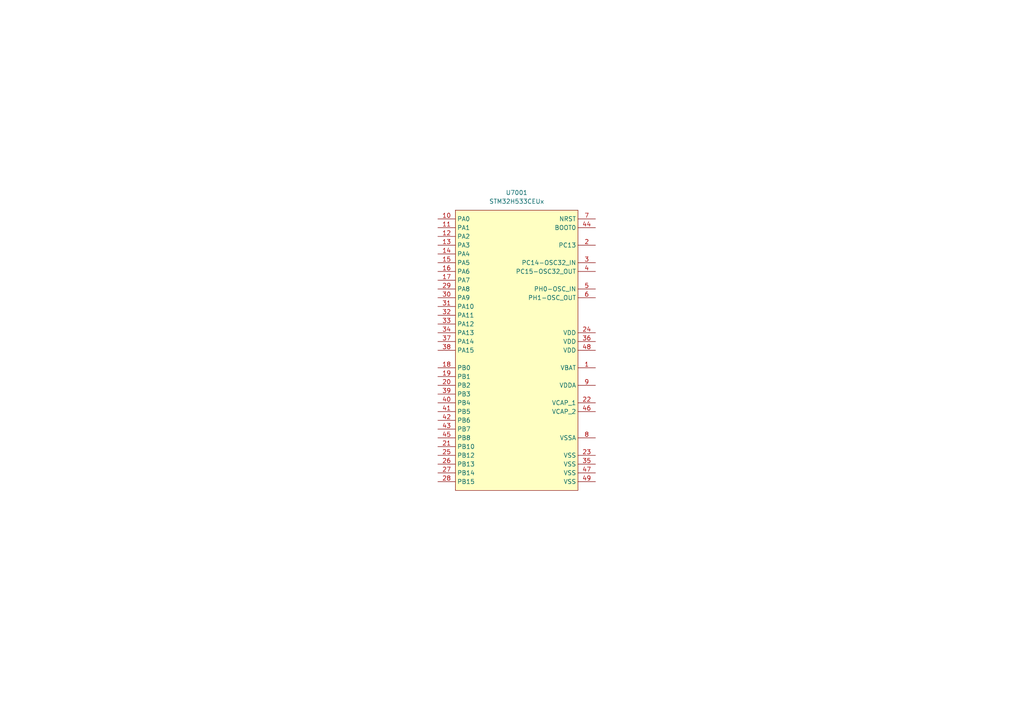
<source format=kicad_sch>
(kicad_sch
	(version 20250114)
	(generator "eeschema")
	(generator_version "9.0")
	(uuid "7fc051f4-374f-49e2-b760-6d8b3f05a151")
	(paper "A4")
	(lib_symbols
		(symbol "STM32:STM32H533CEUx"
			(exclude_from_sim no)
			(in_bom yes)
			(on_board yes)
			(property "Reference" "U"
				(at 0 5.08 0)
				(effects
					(font
						(size 1.27 1.27)
					)
				)
			)
			(property "Value" "STM32H533CEUx"
				(at 0 2.54 0)
				(effects
					(font
						(size 1.27 1.27)
					)
				)
			)
			(property "Footprint" "project_footprints:QFN50P700X700X60-49N-D"
				(at -12.7 -87.63 0)
				(effects
					(font
						(size 1.27 1.27)
					)
					(justify left top)
					(hide yes)
				)
			)
			(property "Datasheet" "https://www.st.com/resource/en/datasheet/stm32h533ce.pdf"
				(at 41.91 -184.76 0)
				(effects
					(font
						(size 1.27 1.27)
					)
					(justify left top)
					(hide yes)
				)
			)
			(property "Description" "Arm Cortex-M33 32-bit MCU+TrustZone + FPU, 375 DMIPS, 250 MHz, 512-Kbyte flash, 272-Kbyte RAM, cryptography"
				(at 0 -85.09 0)
				(effects
					(font
						(size 1.27 1.27)
					)
					(hide yes)
				)
			)
			(property "Height" "0.6"
				(at 41.91 -384.76 0)
				(effects
					(font
						(size 1.27 1.27)
					)
					(justify left top)
					(hide yes)
				)
			)
			(property "Mouser Part Number" "511-STM32H533CEU6"
				(at 41.91 -484.76 0)
				(effects
					(font
						(size 1.27 1.27)
					)
					(justify left top)
					(hide yes)
				)
			)
			(property "Mouser Price/Stock" "https://www.mouser.co.uk/ProductDetail/STMicroelectronics/STM32H533CEU6?qs=ZcfC38r4PoudwoOC1zqGwQ%3D%3D"
				(at 41.91 -584.76 0)
				(effects
					(font
						(size 1.27 1.27)
					)
					(justify left top)
					(hide yes)
				)
			)
			(property "Manufacturer_Name" "STMicroelectronics"
				(at 41.91 -684.76 0)
				(effects
					(font
						(size 1.27 1.27)
					)
					(justify left top)
					(hide yes)
				)
			)
			(property "Manufacturer_Part_Number" "STM32H533CEU6"
				(at 41.91 -784.76 0)
				(effects
					(font
						(size 1.27 1.27)
					)
					(justify left top)
					(hide yes)
				)
			)
			(symbol "STM32H533CEUx_1_1"
				(rectangle
					(start -17.78 0)
					(end 17.78 -81.28)
					(stroke
						(width 0)
						(type solid)
					)
					(fill
						(type background)
					)
				)
				(pin bidirectional line
					(at -22.86 -2.54 0)
					(length 5.08)
					(name "PA0"
						(effects
							(font
								(size 1.27 1.27)
							)
						)
					)
					(number "10"
						(effects
							(font
								(size 1.27 1.27)
							)
						)
					)
				)
				(pin bidirectional line
					(at -22.86 -5.08 0)
					(length 5.08)
					(name "PA1"
						(effects
							(font
								(size 1.27 1.27)
							)
						)
					)
					(number "11"
						(effects
							(font
								(size 1.27 1.27)
							)
						)
					)
				)
				(pin bidirectional line
					(at -22.86 -7.62 0)
					(length 5.08)
					(name "PA2"
						(effects
							(font
								(size 1.27 1.27)
							)
						)
					)
					(number "12"
						(effects
							(font
								(size 1.27 1.27)
							)
						)
					)
				)
				(pin bidirectional line
					(at -22.86 -10.16 0)
					(length 5.08)
					(name "PA3"
						(effects
							(font
								(size 1.27 1.27)
							)
						)
					)
					(number "13"
						(effects
							(font
								(size 1.27 1.27)
							)
						)
					)
				)
				(pin bidirectional line
					(at -22.86 -12.7 0)
					(length 5.08)
					(name "PA4"
						(effects
							(font
								(size 1.27 1.27)
							)
						)
					)
					(number "14"
						(effects
							(font
								(size 1.27 1.27)
							)
						)
					)
				)
				(pin bidirectional line
					(at -22.86 -15.24 0)
					(length 5.08)
					(name "PA5"
						(effects
							(font
								(size 1.27 1.27)
							)
						)
					)
					(number "15"
						(effects
							(font
								(size 1.27 1.27)
							)
						)
					)
				)
				(pin bidirectional line
					(at -22.86 -17.78 0)
					(length 5.08)
					(name "PA6"
						(effects
							(font
								(size 1.27 1.27)
							)
						)
					)
					(number "16"
						(effects
							(font
								(size 1.27 1.27)
							)
						)
					)
				)
				(pin bidirectional line
					(at -22.86 -20.32 0)
					(length 5.08)
					(name "PA7"
						(effects
							(font
								(size 1.27 1.27)
							)
						)
					)
					(number "17"
						(effects
							(font
								(size 1.27 1.27)
							)
						)
					)
				)
				(pin bidirectional line
					(at -22.86 -22.86 0)
					(length 5.08)
					(name "PA8"
						(effects
							(font
								(size 1.27 1.27)
							)
						)
					)
					(number "29"
						(effects
							(font
								(size 1.27 1.27)
							)
						)
					)
				)
				(pin bidirectional line
					(at -22.86 -25.4 0)
					(length 5.08)
					(name "PA9"
						(effects
							(font
								(size 1.27 1.27)
							)
						)
					)
					(number "30"
						(effects
							(font
								(size 1.27 1.27)
							)
						)
					)
				)
				(pin bidirectional line
					(at -22.86 -27.94 0)
					(length 5.08)
					(name "PA10"
						(effects
							(font
								(size 1.27 1.27)
							)
						)
					)
					(number "31"
						(effects
							(font
								(size 1.27 1.27)
							)
						)
					)
				)
				(pin bidirectional line
					(at -22.86 -30.48 0)
					(length 5.08)
					(name "PA11"
						(effects
							(font
								(size 1.27 1.27)
							)
						)
					)
					(number "32"
						(effects
							(font
								(size 1.27 1.27)
							)
						)
					)
				)
				(pin bidirectional line
					(at -22.86 -33.02 0)
					(length 5.08)
					(name "PA12"
						(effects
							(font
								(size 1.27 1.27)
							)
						)
					)
					(number "33"
						(effects
							(font
								(size 1.27 1.27)
							)
						)
					)
				)
				(pin bidirectional line
					(at -22.86 -35.56 0)
					(length 5.08)
					(name "PA13"
						(effects
							(font
								(size 1.27 1.27)
							)
						)
					)
					(number "34"
						(effects
							(font
								(size 1.27 1.27)
							)
						)
					)
				)
				(pin bidirectional line
					(at -22.86 -38.1 0)
					(length 5.08)
					(name "PA14"
						(effects
							(font
								(size 1.27 1.27)
							)
						)
					)
					(number "37"
						(effects
							(font
								(size 1.27 1.27)
							)
						)
					)
				)
				(pin bidirectional line
					(at -22.86 -40.64 0)
					(length 5.08)
					(name "PA15"
						(effects
							(font
								(size 1.27 1.27)
							)
						)
					)
					(number "38"
						(effects
							(font
								(size 1.27 1.27)
							)
						)
					)
				)
				(pin bidirectional line
					(at -22.86 -45.72 0)
					(length 5.08)
					(name "PB0"
						(effects
							(font
								(size 1.27 1.27)
							)
						)
					)
					(number "18"
						(effects
							(font
								(size 1.27 1.27)
							)
						)
					)
				)
				(pin bidirectional line
					(at -22.86 -48.26 0)
					(length 5.08)
					(name "PB1"
						(effects
							(font
								(size 1.27 1.27)
							)
						)
					)
					(number "19"
						(effects
							(font
								(size 1.27 1.27)
							)
						)
					)
				)
				(pin bidirectional line
					(at -22.86 -50.8 0)
					(length 5.08)
					(name "PB2"
						(effects
							(font
								(size 1.27 1.27)
							)
						)
					)
					(number "20"
						(effects
							(font
								(size 1.27 1.27)
							)
						)
					)
				)
				(pin bidirectional line
					(at -22.86 -53.34 0)
					(length 5.08)
					(name "PB3"
						(effects
							(font
								(size 1.27 1.27)
							)
						)
					)
					(number "39"
						(effects
							(font
								(size 1.27 1.27)
							)
						)
					)
				)
				(pin bidirectional line
					(at -22.86 -55.88 0)
					(length 5.08)
					(name "PB4"
						(effects
							(font
								(size 1.27 1.27)
							)
						)
					)
					(number "40"
						(effects
							(font
								(size 1.27 1.27)
							)
						)
					)
				)
				(pin bidirectional line
					(at -22.86 -58.42 0)
					(length 5.08)
					(name "PB5"
						(effects
							(font
								(size 1.27 1.27)
							)
						)
					)
					(number "41"
						(effects
							(font
								(size 1.27 1.27)
							)
						)
					)
				)
				(pin bidirectional line
					(at -22.86 -60.96 0)
					(length 5.08)
					(name "PB6"
						(effects
							(font
								(size 1.27 1.27)
							)
						)
					)
					(number "42"
						(effects
							(font
								(size 1.27 1.27)
							)
						)
					)
				)
				(pin bidirectional line
					(at -22.86 -63.5 0)
					(length 5.08)
					(name "PB7"
						(effects
							(font
								(size 1.27 1.27)
							)
						)
					)
					(number "43"
						(effects
							(font
								(size 1.27 1.27)
							)
						)
					)
				)
				(pin bidirectional line
					(at -22.86 -66.04 0)
					(length 5.08)
					(name "PB8"
						(effects
							(font
								(size 1.27 1.27)
							)
						)
					)
					(number "45"
						(effects
							(font
								(size 1.27 1.27)
							)
						)
					)
				)
				(pin bidirectional line
					(at -22.86 -68.58 0)
					(length 5.08)
					(name "PB10"
						(effects
							(font
								(size 1.27 1.27)
							)
						)
					)
					(number "21"
						(effects
							(font
								(size 1.27 1.27)
							)
						)
					)
				)
				(pin bidirectional line
					(at -22.86 -71.12 0)
					(length 5.08)
					(name "PB12"
						(effects
							(font
								(size 1.27 1.27)
							)
						)
					)
					(number "25"
						(effects
							(font
								(size 1.27 1.27)
							)
						)
					)
				)
				(pin bidirectional line
					(at -22.86 -73.66 0)
					(length 5.08)
					(name "PB13"
						(effects
							(font
								(size 1.27 1.27)
							)
						)
					)
					(number "26"
						(effects
							(font
								(size 1.27 1.27)
							)
						)
					)
				)
				(pin bidirectional line
					(at -22.86 -76.2 0)
					(length 5.08)
					(name "PB14"
						(effects
							(font
								(size 1.27 1.27)
							)
						)
					)
					(number "27"
						(effects
							(font
								(size 1.27 1.27)
							)
						)
					)
				)
				(pin bidirectional line
					(at -22.86 -78.74 0)
					(length 5.08)
					(name "PB15"
						(effects
							(font
								(size 1.27 1.27)
							)
						)
					)
					(number "28"
						(effects
							(font
								(size 1.27 1.27)
							)
						)
					)
				)
				(pin input line
					(at 22.86 -2.54 180)
					(length 5.08)
					(name "NRST"
						(effects
							(font
								(size 1.27 1.27)
							)
						)
					)
					(number "7"
						(effects
							(font
								(size 1.27 1.27)
							)
						)
					)
				)
				(pin input line
					(at 22.86 -5.08 180)
					(length 5.08)
					(name "BOOT0"
						(effects
							(font
								(size 1.27 1.27)
							)
						)
					)
					(number "44"
						(effects
							(font
								(size 1.27 1.27)
							)
						)
					)
				)
				(pin bidirectional line
					(at 22.86 -10.16 180)
					(length 5.08)
					(name "PC13"
						(effects
							(font
								(size 1.27 1.27)
							)
						)
					)
					(number "2"
						(effects
							(font
								(size 1.27 1.27)
							)
						)
					)
				)
				(pin bidirectional line
					(at 22.86 -15.24 180)
					(length 5.08)
					(name "PC14-OSC32_IN"
						(effects
							(font
								(size 1.27 1.27)
							)
						)
					)
					(number "3"
						(effects
							(font
								(size 1.27 1.27)
							)
						)
					)
				)
				(pin bidirectional line
					(at 22.86 -17.78 180)
					(length 5.08)
					(name "PC15-OSC32_OUT"
						(effects
							(font
								(size 1.27 1.27)
							)
						)
					)
					(number "4"
						(effects
							(font
								(size 1.27 1.27)
							)
						)
					)
				)
				(pin bidirectional line
					(at 22.86 -22.86 180)
					(length 5.08)
					(name "PH0-OSC_IN"
						(effects
							(font
								(size 1.27 1.27)
							)
						)
					)
					(number "5"
						(effects
							(font
								(size 1.27 1.27)
							)
						)
					)
				)
				(pin bidirectional line
					(at 22.86 -25.4 180)
					(length 5.08)
					(name "PH1-OSC_OUT"
						(effects
							(font
								(size 1.27 1.27)
							)
						)
					)
					(number "6"
						(effects
							(font
								(size 1.27 1.27)
							)
						)
					)
				)
				(pin power_in line
					(at 22.86 -35.56 180)
					(length 5.08)
					(name "VDD"
						(effects
							(font
								(size 1.27 1.27)
							)
						)
					)
					(number "24"
						(effects
							(font
								(size 1.27 1.27)
							)
						)
					)
				)
				(pin power_in line
					(at 22.86 -38.1 180)
					(length 5.08)
					(name "VDD"
						(effects
							(font
								(size 1.27 1.27)
							)
						)
					)
					(number "36"
						(effects
							(font
								(size 1.27 1.27)
							)
						)
					)
				)
				(pin power_in line
					(at 22.86 -40.64 180)
					(length 5.08)
					(name "VDD"
						(effects
							(font
								(size 1.27 1.27)
							)
						)
					)
					(number "48"
						(effects
							(font
								(size 1.27 1.27)
							)
						)
					)
				)
				(pin power_in line
					(at 22.86 -45.72 180)
					(length 5.08)
					(name "VBAT"
						(effects
							(font
								(size 1.27 1.27)
							)
						)
					)
					(number "1"
						(effects
							(font
								(size 1.27 1.27)
							)
						)
					)
				)
				(pin power_in line
					(at 22.86 -50.8 180)
					(length 5.08)
					(name "VDDA"
						(effects
							(font
								(size 1.27 1.27)
							)
						)
					)
					(number "9"
						(effects
							(font
								(size 1.27 1.27)
							)
						)
					)
				)
				(pin passive line
					(at 22.86 -55.88 180)
					(length 5.08)
					(name "VCAP_1"
						(effects
							(font
								(size 1.27 1.27)
							)
						)
					)
					(number "22"
						(effects
							(font
								(size 1.27 1.27)
							)
						)
					)
				)
				(pin passive line
					(at 22.86 -58.42 180)
					(length 5.08)
					(name "VCAP_2"
						(effects
							(font
								(size 1.27 1.27)
							)
						)
					)
					(number "46"
						(effects
							(font
								(size 1.27 1.27)
							)
						)
					)
				)
				(pin passive line
					(at 22.86 -66.04 180)
					(length 5.08)
					(name "VSSA"
						(effects
							(font
								(size 1.27 1.27)
							)
						)
					)
					(number "8"
						(effects
							(font
								(size 1.27 1.27)
							)
						)
					)
				)
				(pin passive line
					(at 22.86 -71.12 180)
					(length 5.08)
					(name "VSS"
						(effects
							(font
								(size 1.27 1.27)
							)
						)
					)
					(number "23"
						(effects
							(font
								(size 1.27 1.27)
							)
						)
					)
				)
				(pin passive line
					(at 22.86 -73.66 180)
					(length 5.08)
					(name "VSS"
						(effects
							(font
								(size 1.27 1.27)
							)
						)
					)
					(number "35"
						(effects
							(font
								(size 1.27 1.27)
							)
						)
					)
				)
				(pin passive line
					(at 22.86 -76.2 180)
					(length 5.08)
					(name "VSS"
						(effects
							(font
								(size 1.27 1.27)
							)
						)
					)
					(number "47"
						(effects
							(font
								(size 1.27 1.27)
							)
						)
					)
				)
				(pin passive line
					(at 22.86 -78.74 180)
					(length 5.08)
					(name "VSS"
						(effects
							(font
								(size 1.27 1.27)
							)
						)
					)
					(number "49"
						(effects
							(font
								(size 1.27 1.27)
							)
						)
					)
				)
			)
			(embedded_fonts no)
		)
	)
	(symbol
		(lib_id "STM32:STM32H533CEUx")
		(at 149.86 60.96 0)
		(unit 1)
		(exclude_from_sim no)
		(in_bom yes)
		(on_board yes)
		(dnp no)
		(fields_autoplaced yes)
		(uuid "a9a8ba20-a9c9-4b18-872e-093f1f6d3663")
		(property "Reference" "U7001"
			(at 149.86 55.88 0)
			(effects
				(font
					(size 1.27 1.27)
				)
			)
		)
		(property "Value" "STM32H533CEUx"
			(at 149.86 58.42 0)
			(effects
				(font
					(size 1.27 1.27)
				)
			)
		)
		(property "Footprint" "project_footprints:QFN50P700X700X60-49N-D"
			(at 137.16 148.59 0)
			(effects
				(font
					(size 1.27 1.27)
				)
				(justify left top)
				(hide yes)
			)
		)
		(property "Datasheet" "https://www.st.com/resource/en/datasheet/stm32h533ce.pdf"
			(at 191.77 245.72 0)
			(effects
				(font
					(size 1.27 1.27)
				)
				(justify left top)
				(hide yes)
			)
		)
		(property "Description" "Arm Cortex-M33 32-bit MCU+TrustZone + FPU, 375 DMIPS, 250 MHz, 512-Kbyte flash, 272-Kbyte RAM, cryptography"
			(at 149.86 146.05 0)
			(effects
				(font
					(size 1.27 1.27)
				)
				(hide yes)
			)
		)
		(property "Height" "0.6"
			(at 191.77 445.72 0)
			(effects
				(font
					(size 1.27 1.27)
				)
				(justify left top)
				(hide yes)
			)
		)
		(property "Mouser Part Number" "511-STM32H533CEU6"
			(at 191.77 545.72 0)
			(effects
				(font
					(size 1.27 1.27)
				)
				(justify left top)
				(hide yes)
			)
		)
		(property "Mouser Price/Stock" "https://www.mouser.co.uk/ProductDetail/STMicroelectronics/STM32H533CEU6?qs=ZcfC38r4PoudwoOC1zqGwQ%3D%3D"
			(at 191.77 645.72 0)
			(effects
				(font
					(size 1.27 1.27)
				)
				(justify left top)
				(hide yes)
			)
		)
		(property "Manufacturer_Name" "STMicroelectronics"
			(at 191.77 745.72 0)
			(effects
				(font
					(size 1.27 1.27)
				)
				(justify left top)
				(hide yes)
			)
		)
		(property "Manufacturer_Part_Number" "STM32H533CEU6"
			(at 191.77 845.72 0)
			(effects
				(font
					(size 1.27 1.27)
				)
				(justify left top)
				(hide yes)
			)
		)
		(pin "15"
			(uuid "6c74d4e8-ada7-488c-a59f-f9b23393aba3")
		)
		(pin "13"
			(uuid "3a769548-ba45-40ba-9d8e-a68f123370ab")
		)
		(pin "12"
			(uuid "de1e339b-be5f-4f52-bca1-f78c2cdc58a6")
		)
		(pin "10"
			(uuid "96de0c8e-c94c-4281-a6ec-07697537f45e")
		)
		(pin "14"
			(uuid "6a550506-5202-42e6-9f87-63279e59fe91")
		)
		(pin "16"
			(uuid "da6a5c6b-5416-4f56-a53f-2c937925b40b")
		)
		(pin "42"
			(uuid "0fd377bf-fdb2-4780-bd1f-abf1fd51d81e")
		)
		(pin "11"
			(uuid "79cfb4d9-68cc-48e7-bc75-a7ce1c5f55db")
		)
		(pin "32"
			(uuid "307ae4d2-e484-4ee2-b6e2-864309d18c65")
		)
		(pin "34"
			(uuid "3473dec5-cb97-46dd-a402-10e727815cd8")
		)
		(pin "18"
			(uuid "5d51af40-3668-404c-88fd-3346e02737e7")
		)
		(pin "17"
			(uuid "ffb29ec0-2768-41e9-bcde-bf1f5afcb631")
		)
		(pin "31"
			(uuid "e889e5f7-5728-4483-b1eb-679a45479f41")
		)
		(pin "33"
			(uuid "081dde61-5dbf-4233-8e5a-64b75fb37dd0")
		)
		(pin "37"
			(uuid "1a070c35-4706-4794-8aa6-94f208fdcc0f")
		)
		(pin "19"
			(uuid "58cf2de7-d1ef-41ff-9621-c7c9fe1ad8b8")
		)
		(pin "39"
			(uuid "cc334242-3f65-4337-a38e-cfbf393a2266")
		)
		(pin "40"
			(uuid "ff6574a0-55c3-4951-afc3-2657eac1673b")
		)
		(pin "38"
			(uuid "33e4db8f-f59d-4392-afda-2fb11e1fdbdc")
		)
		(pin "41"
			(uuid "2adbdb72-b957-48b0-8ed7-2a0c7037b128")
		)
		(pin "29"
			(uuid "a151fd6f-82f8-4e66-9fe4-5a9a05fe42fa")
		)
		(pin "30"
			(uuid "97e80e20-688a-4ecb-a813-14b8ec1e5209")
		)
		(pin "20"
			(uuid "2de0f131-8d8a-492e-a818-fdafdaaaa45f")
		)
		(pin "25"
			(uuid "fbdbf910-fee7-4a1a-b498-bb2704d4b18e")
		)
		(pin "36"
			(uuid "9b7515bf-32ed-4daa-9c9a-4ab0df9cf40c")
		)
		(pin "45"
			(uuid "ab41f5a9-7391-4bb2-a327-381e0714283e")
		)
		(pin "26"
			(uuid "1b7583ea-1af7-431e-8859-4662dbb88aa1")
		)
		(pin "27"
			(uuid "9301632a-deb7-4154-b993-e1714620b4cd")
		)
		(pin "43"
			(uuid "8a37ca95-1e42-4b52-b15e-97a2b78a594c")
		)
		(pin "3"
			(uuid "34088caa-fb03-41ef-bf99-9e8fcabbdaf8")
		)
		(pin "7"
			(uuid "8e84f065-e91f-4936-be7c-550cdc6a9fa1")
		)
		(pin "2"
			(uuid "a5f9dc81-c590-4fe9-9646-a5820fc75d5b")
		)
		(pin "5"
			(uuid "384ac6bc-239f-40bd-96cd-103895413f9e")
		)
		(pin "24"
			(uuid "6246d8aa-c152-4290-b8df-1b600bfa084c")
		)
		(pin "44"
			(uuid "1112ffc1-d18b-4a1c-9787-ecbcf62d9e90")
		)
		(pin "21"
			(uuid "bc2fe3bf-507d-4aa4-b6f3-bc4cff50c84b")
		)
		(pin "48"
			(uuid "58093fe8-e392-4834-81ec-e7381b6b26f0")
		)
		(pin "6"
			(uuid "5fc51551-986c-498f-b36c-7d6be7969029")
		)
		(pin "1"
			(uuid "4fde4bab-3cc6-4f2a-9c0e-87bb8320751d")
		)
		(pin "9"
			(uuid "b196dad2-ecd0-4c56-974d-53e6a5c86036")
		)
		(pin "22"
			(uuid "bc245eed-dd81-43cf-812f-d071a856d7a7")
		)
		(pin "4"
			(uuid "eb2db94b-7443-4f0c-a8a9-665d8ea39758")
		)
		(pin "46"
			(uuid "0bd0006c-e7a7-44b5-a1fe-e35dd03da7f7")
		)
		(pin "8"
			(uuid "3cc1700a-478e-4360-8c4d-8048c4e9a71f")
		)
		(pin "23"
			(uuid "24b970f3-cb74-433d-b040-c28104271035")
		)
		(pin "28"
			(uuid "2fbcf1a9-fa81-47de-8b7e-f8acbac8f223")
		)
		(pin "35"
			(uuid "37916909-743f-4517-80e1-5109ccbcc918")
		)
		(pin "47"
			(uuid "4d312f7c-bfcc-4735-b2ca-0df78000c8d2")
		)
		(pin "49"
			(uuid "a97609db-19d7-457f-9ca5-441640c33231")
		)
		(instances
			(project ""
				(path "/f91ec272-d09a-4038-bbbb-962739a92c51/1903ef66-84f8-4153-97de-afc87d6d458e"
					(reference "U7001")
					(unit 1)
				)
			)
		)
	)
)

</source>
